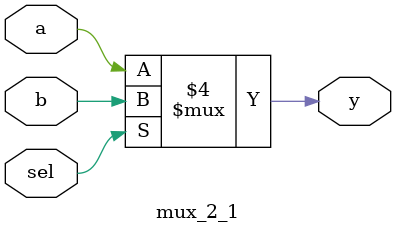
<source format=v>
`timescale 1ns / 1ps


module mux_2_1(
    input a,b,sel,
    output reg y
    );
    
    always@(*)
    begin
    if(sel==1'b1) y=b;
    else           y=a;
    end
endmodule

</source>
